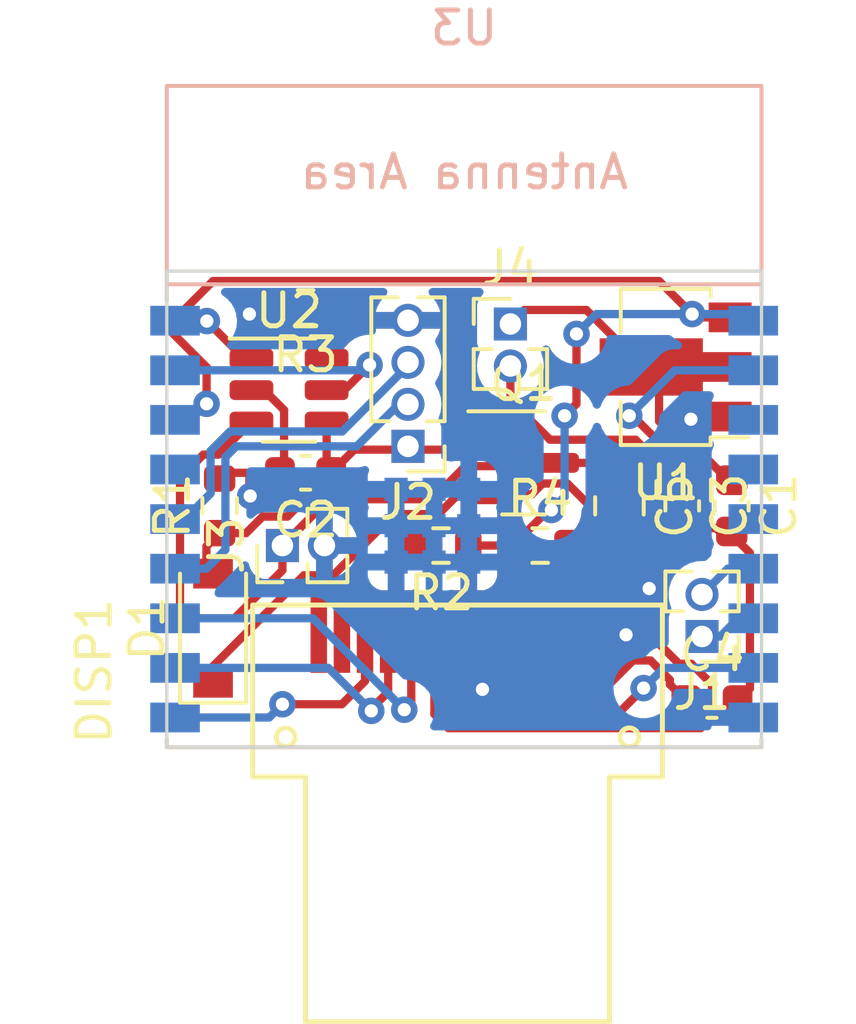
<source format=kicad_pcb>
(kicad_pcb (version 20211014) (generator pcbnew)
  (layers (0 "F.Cu" signal) (31 "B.Cu" signal) (34 "B.Paste" user) (35 "F.Paste" user) (36 "B.SilkS" user "B.Silkscreen") (37 "F.SilkS" user "F.Silkscreen") (38 "B.Mask" user) (39 "F.Mask" user) (44 "Edge.Cuts" user))
  (net 0 "")
  (net 1 "VBAT_SW")
  (net 2 "GND")
  (net 3 "VBUS")
  (net 4 "EN")
  (net 5 "+3V3")
  (net 6 "Net-(C5-Pad1)")
  (net 7 "Net-(D1-Pad1)")
  (net 9 "LCD_CS")
  (net 10 "LCD_RS")
  (net 11 "LCD_SCL")
  (net 12 "LCD_SDA")
  (net 15 "Net-(DISP1-Pad12)")
  (net 16 "Net-(J2-Pad2)")
  (net 17 "Net-(J2-Pad3)")
  (net 18 "Net-(R3-Pad1)")
  (net 19 "nCHRG")
  (net 20 "nSTDBY")
  (net 21 "Net-(U3-Pad7)")
  (net 25 "Net-(U3-Pad6)")
  (footprint "jeroens_lib:LCD_LH086T" (layer "F.Cu") (at 146.4 102.5 90)
    (fp_text reference "DISP1" (at 0 -11 90) (layer "F.SilkS"))
    (fp_text value "LCD_LH096T")
    (fp_line (start -10.6 4.6) (end -10.6 -4.6) (layer "F.SilkS") (width 0.15))
    (fp_line (start -10.6 -4.6) (end -3.2 -4.6) (layer "F.SilkS") (width 0.15))
    (fp_line (start -3.2 -6.2) (end 2 -6.2) (layer "F.SilkS") (width 0.15))
    (fp_line (start -3.2 4.6) (end -10.6 4.6) (layer "F.SilkS") (width 0.15))
    (fp_line (start -3.2 -4.6) (end -3.2 -6.2) (layer "F.SilkS") (width 0.15))
    (fp_line (start 2 6.2) (end -3.2 6.2) (layer "F.SilkS") (width 0.15))
    (fp_line (start -3.2 6.2) (end -3.2 4.6) (layer "F.SilkS") (width 0.15))
    (fp_line (start 2 -6.2) (end 2 6.2) (layer "F.SilkS") (width 0.15))
    (fp_circle (center -2 5.2) (end -1.8 5) (layer "F.SilkS") (width 0.15) (fill none))
    (fp_circle (center -2 -5.2) (end -1.8 -5.4) (layer "F.SilkS") (width 0.15) (fill none))
    (pad "1" smd rect locked (at 1.2 -4.2 90) (size 2.5 0.5) (layers "F.Cu" "F.Paste" "F.Mask"))
    (pad "2" smd rect locked (at 1.2 -3.5 90) (size 2.5 0.5) (layers "F.Cu" "F.Paste" "F.Mask"))
    (pad "3" smd rect locked (at 1.2 -2.8 90) (size 2.5 0.5) (layers "F.Cu" "F.Paste" "F.Mask") (net 12 "LCD_SDA"))
    (pad "4" smd rect locked (at 1.2 -2.1 90) (size 2.5 0.5) (layers "F.Cu" "F.Paste" "F.Mask") (net 11 "LCD_SCL"))
    (pad "5" smd rect locked (at 1.2 -1.4 90) (size 2.5 0.5) (layers "F.Cu" "F.Paste" "F.Mask") (net 10 "LCD_RS"))
    (pad "6" smd rect locked (at 1.2 -0.7 90) (size 2.5 0.5) (layers "F.Cu" "F.Paste" "F.Mask") (net 4 "EN"))
    (pad "7" smd rect locked (at 1.2 0 90) (size 2.5 0.5) (layers "F.Cu" "F.Paste" "F.Mask") (net 9 "LCD_CS"))
    (pad "8" smd rect locked (at 1.2 0.7 90) (size 2.5 0.5) (layers "F.Cu" "F.Paste" "F.Mask") (net 2 "GND"))
    (pad "9" smd rect locked (at 1.2 1.4 90) (size 2.5 0.5) (layers "F.Cu" "F.Paste" "F.Mask"))
    (pad "10" smd rect locked (at 1.2 2.1 90) (size 2.5 0.5) (layers "F.Cu" "F.Paste" "F.Mask") (net 5 "+3V3"))
    (pad "11" smd rect locked (at 1.2 2.8 90) (size 2.5 0.5) (layers "F.Cu" "F.Paste" "F.Mask") (net 2 "GND"))
    (pad "12" smd rect locked (at 1.2 3.5 90) (size 2.5 0.5) (layers "F.Cu" "F.Paste" "F.Mask") (net 15 "Net-(DISP1-Pad12)"))
    (pad "13" smd rect locked (at 1.2 4.2 90) (size 2.5 0.5) (layers "F.Cu" "F.Paste" "F.Mask") (net 2 "GND"))
  )
  (footprint "Connector_PinHeader_1.27mm:PinHeader_1x02_P1.27mm_Vertical" (layer "F.Cu") (at 148 92)
    (fp_text reference "J4" (at 0 -1.695) (layer "F.SilkS"))
    (fp_text value "Conn_01x02")
    (fp_line (start -1.11 1.965) (end -0.30753 1.965) (layer "F.SilkS") (width 0.12))
    (fp_line (start -1.11 0.76) (end -0.563471 0.76) (layer "F.SilkS") (width 0.12))
    (fp_line (start -1.11 0.76) (end -1.11 1.965) (layer "F.SilkS") (width 0.12))
    (fp_line (start 1.11 0.76) (end 1.11 1.965) (layer "F.SilkS") (width 0.12))
    (fp_line (start 0.30753 1.965) (end 1.11 1.965) (layer "F.SilkS") (width 0.12))
    (fp_line (start 0.563471 0.76) (end 1.11 0.76) (layer "F.SilkS") (width 0.12))
    (fp_line (start -1.11 -0.76) (end 0 -0.76) (layer "F.SilkS") (width 0.12))
    (fp_line (start -1.11 0) (end -1.11 -0.76) (layer "F.SilkS") (width 0.12))
    (pad "1" thru_hole rect (at 0 0) (size 1 1) (drill 0.65) (layers *.Cu *.Mask) (net 1 "VBAT_SW"))
    (pad "2" thru_hole oval (at 0 1.27) (size 1 1) (drill 0.65) (layers *.Cu *.Mask) (net 7 "Net-(D1-Pad1)"))
  )
  (footprint "Package_TO_SOT_SMD:SOT-89-3" (layer "F.Cu") (at 153 93.3 180)
    (fp_text reference "U1" (at 0.3 -3.5) (layer "F.SilkS"))
    (fp_text value "HT7833_SOT89")
    (fp_line (start 1.66 2.36) (end -1.06 2.36) (layer "F.SilkS") (width 0.12))
    (fp_line (start 1.66 -2.36) (end 1.66 -1.05) (layer "F.SilkS") (width 0.12))
    (fp_line (start -1.06 -2.36) (end 1.66 -2.36) (layer "F.SilkS") (width 0.12))
    (fp_line (start -1.06 -2.36) (end -1.06 -2.13) (layer "F.SilkS") (width 0.12))
    (fp_line (start -1.06 2.36) (end -1.06 2.13) (layer "F.SilkS") (width 0.12))
    (fp_line (start -2.2 -2.13) (end -1.06 -2.13) (layer "F.SilkS") (width 0.12))
    (fp_line (start 1.66 1.05) (end 1.66 2.36) (layer "F.SilkS") (width 0.12))
    (pad "1" smd rect (at -1.65 -1.5 180) (size 1.3 0.9) (layers "F.Cu" "F.Paste" "F.Mask") (net 2 "GND"))
    (pad "2" smd custom (at -1.5625 0 180) (size 1.475 0.9) (layers "F.Cu" "F.Paste" "F.Mask") (net 1 "VBAT_SW") (options (clearance outline) (anchor rect)) (primitives (gr_poly (pts (xy 3.8625 0.8665) (xy 0.7375 0.8665) (xy 0.7375 -0.8665) (xy 3.8625 -0.8665)) (width 0) (fill yes))))
    (pad "3" smd rect (at -1.65 1.5 180) (size 1.3 0.9) (layers "F.Cu" "F.Paste" "F.Mask") (net 5 "+3V3"))
  )
  (footprint "Capacitor_SMD:C_0603_1608Metric" (layer "F.Cu") (at 153.2 97.5 -90)
    (fp_text reference "C3" (at 0 -1.43 90) (layer "F.SilkS"))
    (fp_text value "1u")
    (fp_line (start -0.14058 0.51) (end 0.14058 0.51) (layer "F.SilkS") (width 0.12))
    (fp_line (start -0.14058 -0.51) (end 0.14058 -0.51) (layer "F.SilkS") (width 0.12))
    (pad "1" smd roundrect (at -0.775 0 270) (size 0.9 0.95) (layers "F.Cu" "F.Paste" "F.Mask") (net 4 "EN"))
    (pad "2" smd roundrect (at 0.775 0 270) (size 0.9 0.95) (layers "F.Cu" "F.Paste" "F.Mask") (net 2 "GND"))
  )
  (footprint "Connector_PinHeader_1.27mm:PinHeader_1x04_P1.27mm_Vertical" (layer "F.Cu") (at 144.9 95.7 180)
    (fp_text reference "J2" (at 0 -1.695) (layer "F.SilkS"))
    (fp_text value "Conn_01x04")
    (fp_line (start -1.11 0.76) (end -0.563471 0.76) (layer "F.SilkS") (width 0.12))
    (fp_line (start -1.11 0.76) (end -1.11 4.505) (layer "F.SilkS") (width 0.12))
    (fp_line (start 0.563471 0.76) (end 1.11 0.76) (layer "F.SilkS") (width 0.12))
    (fp_line (start -1.11 -0.76) (end 0 -0.76) (layer "F.SilkS") (width 0.12))
    (fp_line (start -1.11 4.505) (end -0.30753 4.505) (layer "F.SilkS") (width 0.12))
    (fp_line (start 0.30753 4.505) (end 1.11 4.505) (layer "F.SilkS") (width 0.12))
    (fp_line (start -1.11 0) (end -1.11 -0.76) (layer "F.SilkS") (width 0.12))
    (fp_line (start 1.11 0.76) (end 1.11 4.505) (layer "F.SilkS") (width 0.12))
    (pad "1" thru_hole rect (at 0 0 180) (size 1 1) (drill 0.65) (layers *.Cu *.Mask) (net 3 "VBUS"))
    (pad "2" thru_hole oval (at 0 1.27 180) (size 1 1) (drill 0.65) (layers *.Cu *.Mask) (net 16 "Net-(J2-Pad2)"))
    (pad "3" thru_hole oval (at 0 2.54 180) (size 1 1) (drill 0.65) (layers *.Cu *.Mask) (net 17 "Net-(J2-Pad3)"))
    (pad "4" thru_hole oval (at 0 3.81 180) (size 1 1) (drill 0.65) (layers *.Cu *.Mask) (net 2 "GND"))
  )
  (footprint "Resistor_SMD:R_0603_1608Metric" (layer "F.Cu") (at 148.9 98.7)
    (fp_text reference "R4" (at 0 -1.43) (layer "F.SilkS"))
    (fp_text value "220")
    (fp_line (start -0.237258 0.5225) (end 0.237258 0.5225) (layer "F.SilkS") (width 0.12))
    (fp_line (start -0.237258 -0.5225) (end 0.237258 -0.5225) (layer "F.SilkS") (width 0.12))
    (pad "1" smd roundrect (at -0.825 0) (size 0.8 0.95) (layers "F.Cu" "F.Paste" "F.Mask") (net 5 "+3V3"))
    (pad "2" smd roundrect (at 0.825 0) (size 0.8 0.95) (layers "F.Cu" "F.Paste" "F.Mask") (net 15 "Net-(DISP1-Pad12)"))
  )
  (footprint "Capacitor_SMD:C_0603_1608Metric" (layer "F.Cu") (at 154.7 97.5 -90)
    (fp_text reference "C1" (at 0 -1.43 90) (layer "F.SilkS"))
    (fp_text value "1u")
    (fp_line (start -0.14058 0.51) (end 0.14058 0.51) (layer "F.SilkS") (width 0.12))
    (fp_line (start -0.14058 -0.51) (end 0.14058 -0.51) (layer "F.SilkS") (width 0.12))
    (pad "1" smd roundrect (at -0.775 0 270) (size 0.9 0.95) (layers "F.Cu" "F.Paste" "F.Mask") (net 1 "VBAT_SW"))
    (pad "2" smd roundrect (at 0.775 0 270) (size 0.9 0.95) (layers "F.Cu" "F.Paste" "F.Mask") (net 2 "GND"))
  )
  (footprint "Resistor_SMD:R_0603_1608Metric" (layer "F.Cu") (at 145.9 98.7 180)
    (fp_text reference "R2" (at 0 -1.43) (layer "F.SilkS"))
    (fp_text value "R")
    (fp_line (start -0.237258 0.5225) (end 0.237258 0.5225) (layer "F.SilkS") (width 0.12))
    (fp_line (start -0.237258 -0.5225) (end 0.237258 -0.5225) (layer "F.SilkS") (width 0.12))
    (pad "1" smd roundrect (at -0.825 0 180) (size 0.8 0.95) (layers "F.Cu" "F.Paste" "F.Mask") (net 5 "+3V3"))
    (pad "2" smd roundrect (at 0.825 0 180) (size 0.8 0.95) (layers "F.Cu" "F.Paste" "F.Mask") (net 4 "EN"))
  )
  (footprint "Resistor_SMD:R_0603_1608Metric" (layer "F.Cu") (at 141.8 91.5 180)
    (fp_text reference "R3" (at 0 -1.43) (layer "F.SilkS"))
    (fp_text value "2K7")
    (fp_line (start -0.237258 0.5225) (end 0.237258 0.5225) (layer "F.SilkS") (width 0.12))
    (fp_line (start -0.237258 -0.5225) (end 0.237258 -0.5225) (layer "F.SilkS") (width 0.12))
    (pad "1" smd roundrect (at -0.825 0 180) (size 0.8 0.95) (layers "F.Cu" "F.Paste" "F.Mask") (net 18 "Net-(R3-Pad1)"))
    (pad "2" smd roundrect (at 0.825 0 180) (size 0.8 0.95) (layers "F.Cu" "F.Paste" "F.Mask") (net 2 "GND"))
  )
  (footprint "Connector_PinHeader_1.27mm:PinHeader_1x02_P1.27mm_Vertical" (layer "F.Cu") (at 141.1 98.7 90)
    (fp_text reference "J3" (at 0 -1.695 90) (layer "F.SilkS"))
    (fp_text value "Conn_01x02")
    (fp_line (start -1.11 0.76) (end -0.563471 0.76) (layer "F.SilkS") (width 0.12))
    (fp_line (start -1.11 -0.76) (end 0 -0.76) (layer "F.SilkS") (width 0.12))
    (fp_line (start 0.30753 1.965) (end 1.11 1.965) (layer "F.SilkS") (width 0.12))
    (fp_line (start 1.11 0.76) (end 1.11 1.965) (layer "F.SilkS") (width 0.12))
    (fp_line (start 0.563471 0.76) (end 1.11 0.76) (layer "F.SilkS") (width 0.12))
    (fp_line (start -1.11 0) (end -1.11 -0.76) (layer "F.SilkS") (width 0.12))
    (fp_line (start -1.11 0.76) (end -1.11 1.965) (layer "F.SilkS") (width 0.12))
    (fp_line (start -1.11 1.965) (end -0.30753 1.965) (layer "F.SilkS") (width 0.12))
    (pad "1" thru_hole rect (at 0 0 90) (size 1 1) (drill 0.65) (layers *.Cu *.Mask) (net 6 "Net-(C5-Pad1)"))
    (pad "2" thru_hole oval (at 0 1.27 90) (size 1 1) (drill 0.65) (layers *.Cu *.Mask) (net 2 "GND"))
  )
  (footprint "Package_TO_SOT_SMD:SOT-23-6" (layer "F.Cu") (at 141.3 94)
    (fp_text reference "U2" (at 0 -2.4) (layer "F.SilkS"))
    (fp_text value "TP4057")
    (fp_line (start 0 -1.56) (end -1.8 -1.56) (layer "F.SilkS") (width 0.12))
    (fp_line (start 0 1.56) (end 0.8 1.56) (layer "F.SilkS") (width 0.12))
    (fp_line (start 0 1.56) (end -0.8 1.56) (layer "F.SilkS") (width 0.12))
    (fp_line (start 0 -1.56) (end 0.8 -1.56) (layer "F.SilkS") (width 0.12))
    (pad "1" smd roundrect (at -1.1375 -0.95) (size 1.325 0.6) (layers "F.Cu" "F.Paste" "F.Mask") (net 19 "nCHRG"))
    (pad "2" smd roundrect (at -1.1375 0) (size 1.325 0.6) (layers "F.Cu" "F.Paste" "F.Mask") (net 2 "GND"))
    (pad "3" smd roundrect (at -1.1375 0.95) (size 1.325 0.6) (layers "F.Cu" "F.Paste" "F.Mask") (net 6 "Net-(C5-Pad1)"))
    (pad "4" smd roundrect (at 1.1375 0.95) (size 1.325 0.6) (layers "F.Cu" "F.Paste" "F.Mask") (net 3 "VBUS"))
    (pad "5" smd roundrect (at 1.1375 0) (size 1.325 0.6) (layers "F.Cu" "F.Paste" "F.Mask") (net 20 "nSTDBY"))
    (pad "6" smd roundrect (at 1.1375 -0.95) (size 1.325 0.6) (layers "F.Cu" "F.Paste" "F.Mask") (net 18 "Net-(R3-Pad1)"))
  )
  (footprint "Capacitor_SMD:C_0603_1608Metric" (layer "F.Cu") (at 141.8 96.5 180)
    (fp_text reference "C2" (at 0 -1.43 180) (layer "F.SilkS"))
    (fp_text value "1u")
    (fp_line (start -0.14058 -0.51) (end 0.14058 -0.51) (layer "F.SilkS") (width 0.12))
    (fp_line (start -0.14058 0.51) (end 0.14058 0.51) (layer "F.SilkS") (width 0.12))
    (pad "1" smd roundrect (at -0.775 0 180) (size 0.9 0.95) (layers "F.Cu" "F.Paste" "F.Mask") (net 3 "VBUS"))
    (pad "2" smd roundrect (at 0.775 0 180) (size 0.9 0.95) (layers "F.Cu" "F.Paste" "F.Mask") (net 2 "GND"))
  )
  (footprint "Capacitor_SMD:C_0805_2012Metric" (layer "F.Cu") (at 151.3 97.5 -90)
    (fp_text reference "C5" (at 0 -1.68 90) (layer "F.SilkS"))
    (fp_text value "10u")
    (fp_line (start -0.261252 -0.735) (end 0.261252 -0.735) (layer "F.SilkS") (width 0.12))
    (fp_line (start -0.261252 0.735) (end 0.261252 0.735) (layer "F.SilkS") (width 0.12))
    (pad "1" smd roundrect (at -0.95 0 270) (size 1 1.45) (layers "F.Cu" "F.Paste" "F.Mask") (net 6 "Net-(C5-Pad1)"))
    (pad "2" smd roundrect (at 0.95 0 270) (size 1 1.45) (layers "F.Cu" "F.Paste" "F.Mask") (net 2 "GND"))
  )
  (footprint "Connector_PinHeader_1.27mm:PinHeader_1x02_P1.27mm_Vertical" (layer "F.Cu") (at 153.8 101.45 180)
    (fp_text reference "J1" (at 0 -1.695) (layer "F.SilkS"))
    (fp_text value "Conn_01x02")
    (fp_line (start 0.563471 0.76) (end 1.11 0.76) (layer "F.SilkS") (width 0.12))
    (fp_line (start -1.11 0) (end -1.11 -0.76) (layer "F.SilkS") (width 0.12))
    (fp_line (start -1.11 1.965) (end -0.30753 1.965) (layer "F.SilkS") (width 0.12))
    (fp_line (start -1.11 0.76) (end -0.563471 0.76) (layer "F.SilkS") (width 0.12))
    (fp_line (start -1.11 0.76) (end -1.11 1.965) (layer "F.SilkS") (width 0.12))
    (fp_line (start -1.11 -0.76) (end 0 -0.76) (layer "F.SilkS") (width 0.12))
    (fp_line (start 0.30753 1.965) (end 1.11 1.965) (layer "F.SilkS") (width 0.12))
    (fp_line (start 1.11 0.76) (end 1.11 1.965) (layer "F.SilkS") (width 0.12))
    (pad "1" thru_hole rect (at 0 0 180) (size 1 1) (drill 0.65) (layers *.Cu *.Mask) (net 21 "Net-(U3-Pad7)"))
    (pad "2" thru_hole oval (at 0 1.27 180) (size 1 1) (drill 0.65) (layers *.Cu *.Mask) (net 25 "Net-(U3-Pad6)"))
  )
  (footprint "Resistor_SMD:R_0603_1608Metric" (layer "F.Cu") (at 139.2 97.5 90)
    (fp_text reference "R1" (at 0 -1.43 90) (layer "F.SilkS"))
    (fp_text value "10K")
    (fp_line (start -0.237258 0.5225) (end 0.237258 0.5225) (layer "F.SilkS") (width 0.12))
    (fp_line (start -0.237258 -0.5225) (end 0.237258 -0.5225) (layer "F.SilkS") (width 0.12))
    (pad "1" smd roundrect (at -0.825 0 90) (size 0.8 0.95) (layers "F.Cu" "F.Paste" "F.Mask") (net 3 "VBUS"))
    (pad "2" smd roundrect (at 0.825 0 90) (size 0.8 0.95) (layers "F.Cu" "F.Paste" "F.Mask") (net 2 "GND"))
  )
  (footprint "Capacitor_SMD:C_0603_1608Metric" (layer "F.Cu") (at 154.1 103.4)
    (fp_text reference "C4" (at 0 -1.43) (layer "F.SilkS"))
    (fp_text value "1u")
    (fp_line (start -0.14058 -0.51) (end 0.14058 -0.51) (layer "F.SilkS") (width 0.12))
    (fp_line (start -0.14058 0.51) (end 0.14058 0.51) (layer "F.SilkS") (width 0.12))
    (pad "1" smd roundrect (at -0.775 0) (size 0.9 0.95) (layers "F.Cu" "F.Paste" "F.Mask") (net 5 "+3V3"))
    (pad "2" smd roundrect (at 0.775 0) (size 0.9 0.95) (layers "F.Cu" "F.Paste" "F.Mask") (net 2 "GND"))
  )
  (footprint "Package_TO_SOT_SMD:SOT-23" (layer "F.Cu") (at 148.4 96.2)
    (fp_text reference "Q1" (at 0 -2.4) (layer "F.SilkS"))
    (fp_text value "AO3401")
    (fp_line (start 0 -1.56) (end -1.675 -1.56) (layer "F.SilkS") (width 0.12))
    (fp_line (start 0 1.56) (end -0.65 1.56) (layer "F.SilkS") (width 0.12))
    (fp_line (start 0 -1.56) (end 0.65 -1.56) (layer "F.SilkS") (width 0.12))
    (fp_line (start 0 1.56) (end 0.65 1.56) (layer "F.SilkS") (width 0.12))
    (pad "1" smd roundrect (at -0.9375 -0.95) (size 1.475 0.6) (layers "F.Cu" "F.Paste" "F.Mask") (net 3 "VBUS"))
    (pad "2" smd roundrect (at -0.9375 0.95) (size 1.475 0.6) (layers "F.Cu" "F.Paste" "F.Mask") (net 7 "Net-(D1-Pad1)"))
    (pad "3" smd roundrect (at 0.9375 0) (size 1.475 0.6) (layers "F.Cu" "F.Paste" "F.Mask") (net 6 "Net-(C5-Pad1)"))
  )
  (footprint "Diode_SMD:D_SOD-123" (layer "F.Cu") (at 139 101.2 90)
    (fp_text reference "D1" (at 0 -2 90) (layer "F.SilkS"))
    (fp_text value "MBR0520")
    (fp_line (start -2.25 -1) (end -2.25 1) (layer "F.SilkS") (width 0.12))
    (fp_line (start -2.25 1) (end 1.65 1) (layer "F.SilkS") (width 0.12))
    (fp_line (start -2.25 -1) (end 1.65 -1) (layer "F.SilkS") (width 0.12))
    (pad "1" smd rect (at -1.65 0 90) (size 0.9 1.2) (layers "F.Cu" "F.Paste" "F.Mask") (net 7 "Net-(D1-Pad1)"))
    (pad "2" smd rect (at 1.65 0 90) (size 0.9 1.2) (layers "F.Cu" "F.Paste" "F.Mask") (net 3 "VBUS"))
  )
  (footprint "Espressif:ESP32-C3-WROOM-02" (layer "B.Cu") (at 146.6 96.05 180)
    (fp_text reference "U3" (at 0 13) (layer "B.SilkS") (effects (justify mirror)))
    (fp_text value "ESP32-C3-WROOM-02")
    (fp_text user "Antenna Area" (at 0 8.65) (layer "B.SilkS") (effects (justify mirror)))
    (fp_line (start -9 -8.75) (end -9 -8.5) (layer "B.SilkS") (width 0.12))
    (fp_line (start 9 -8.5) (end 9 -8.75) (layer "B.SilkS") (width 0.12))
    (fp_line (start 9 -8.75) (end -9 -8.75) (layer "B.SilkS") (width 0.12))
    (fp_line (start 9 11.25) (end 9 4.75) (layer "B.SilkS") (width 0.12))
    (fp_line (start -9 11.25) (end 9 11.25) (layer "B.SilkS") (width 0.12))
    (fp_line (start 9 5.25) (end -8.95 5.25) (layer "B.SilkS") (width 0.12))
    (fp_line (start -9 11.25) (end -9 4.75) (layer "B.SilkS") (width 0.12))
    (pad "1" smd rect locked (at -8.75 4.15 180) (size 1.5 0.9) (layers "B.Cu" "B.Paste" "B.Mask") (net 5 "+3V3"))
    (pad "2" smd rect locked (at -8.75 2.65 180) (size 1.5 0.9) (layers "B.Cu" "B.Paste" "B.Mask") (net 4 "EN"))
    (pad "3" smd rect locked (at -8.75 1.15 180) (size 1.5 0.9) (layers "B.Cu" "B.Paste" "B.Mask"))
    (pad "4" smd rect locked (at -8.75 -0.35 180) (size 1.5 0.9) (layers "B.Cu" "B.Paste" "B.Mask"))
    (pad "5" smd rect locked (at -8.75 -1.85 180) (size 1.5 0.9) (layers "B.Cu" "B.Paste" "B.Mask"))
    (pad "6" smd rect locked (at -8.75 -3.35 180) (size 1.5 0.9) (layers "B.Cu" "B.Paste" "B.Mask") (net 25 "Net-(U3-Pad6)"))
    (pad "7" smd rect locked (at -8.75 -4.85 180) (size 1.5 0.9) (layers "B.Cu" "B.Paste" "B.Mask") (net 21 "Net-(U3-Pad7)"))
    (pad "8" smd rect locked (at -8.75 -6.35 180) (size 1.5 0.9) (layers "B.Cu" "B.Paste" "B.Mask") (net 9 "LCD_CS"))
    (pad "9" smd rect locked (at -8.75 -7.85 180) (size 1.5 0.9) (layers "B.Cu" "B.Paste" "B.Mask") (net 2 "GND"))
    (pad "10" smd rect locked (at 8.75 -7.85) (size 1.5 0.9) (layers "B.Cu" "B.Paste" "B.Mask") (net 12 "LCD_SDA"))
    (pad "11" smd rect locked (at 8.75 -6.35) (size 1.5 0.9) (layers "B.Cu" "B.Paste" "B.Mask") (net 11 "LCD_SCL"))
    (pad "12" smd rect locked (at 8.75 -4.85) (size 1.5 0.9) (layers "B.Cu" "B.Paste" "B.Mask") (net 10 "LCD_RS"))
    (pad "13" smd rect locked (at 8.75 -3.35) (size 1.5 0.9) (layers "B.Cu" "B.Paste" "B.Mask") (net 16 "Net-(J2-Pad2)"))
    (pad "14" smd rect locked (at 8.75 -1.85) (size 1.5 0.9) (layers "B.Cu" "B.Paste" "B.Mask") (net 17 "Net-(J2-Pad3)"))
    (pad "15" smd rect locked (at 8.75 -0.35) (size 1.5 0.9) (layers "B.Cu" "B.Paste" "B.Mask"))
    (pad "16" smd rect locked (at 8.75 1.15) (size 1.5 0.9) (layers "B.Cu" "B.Paste" "B.Mask") (net 5 "+3V3"))
    (pad "17" smd rect locked (at 8.75 2.65) (size 1.5 0.9) (layers "B.Cu" "B.Paste" "B.Mask") (net 20 "nSTDBY"))
    (pad "18" smd rect locked (at 8.75 4.15) (size 1.5 0.9) (layers "B.Cu" "B.Paste" "B.Mask") (net 19 "nCHRG"))
    (pad "19" smd rect locked (at 2.06 -2.05) (size 0.7 0.7) (layers "B.Cu" "B.Paste" "B.Mask") (net 2 "GND"))
    (pad "19" smd rect locked (at -0.14 -3.15) (size 0.7 0.7) (layers "B.Cu" "B.Paste" "B.Mask") (net 2 "GND"))
    (pad "19" smd rect locked (at 0.91 -0.95) (size 0.7 0.7) (layers "B.Cu" "B.Paste" "B.Mask") (net 2 "GND"))
    (pad "19" smd rect locked (at 0.91 -3.15) (size 0.7 0.7) (layers "B.Cu" "B.Paste" "B.Mask") (net 2 "GND"))
    (pad "19" smd rect locked (at 0.91 -2.05) (size 0.7 0.7) (layers "B.Cu" "B.Paste" "B.Mask") (net 2 "GND"))
    (pad "19" smd rect locked (at 2.06 -0.95) (size 0.7 0.7) (layers "B.Cu" "B.Paste" "B.Mask") (net 2 "GND"))
    (pad "19" smd rect locked (at -0.14 -2.05) (size 0.7 0.7) (layers "B.Cu" "B.Paste" "B.Mask") (net 2 "GND"))
    (pad "19" smd rect locked (at 2.06 -3.15) (size 0.7 0.7) (layers "B.Cu" "B.Paste" "B.Mask") (net 2 "GND"))
    (pad "19" smd rect locked (at -0.14 -0.95) (size 0.7 0.7) (layers "B.Cu" "B.Paste" "B.Mask") (net 2 "GND"))
  )
  (gr_line (start 137.6 90.4) (end 155.6 90.4) (layer "Edge.Cuts") (width 0.1))
  (gr_line (start 155.6 90.4) (end 155.6 104.8) (layer "Edge.Cuts") (width 0.1))
  (gr_line (start 137.6 104.8) (end 137.6 90.4) (layer "Edge.Cuts") (width 0.1))
  (gr_line (start 155.6 104.8) (end 137.6 104.8) (layer "Edge.Cuts") (width 0.1))
  (segment (start 154.8 96.525) (end 154.625 96.525) (width 0.25) (layer "F.Cu") (net 1))
  (segment (start 153.675 95.8) (end 154.6 96.725) (width 0.25) (layer "F.Cu") (net 1))
  (segment (start 148.4245 91.5755) (end 150.300098 91.5755) (width 0.25) (layer "F.Cu") (net 1))
  (segment (start 154.5625 93.3) (end 153.1 93.3) (width 0.25) (layer "F.Cu") (net 1))
  (segment (start 150.300098 91.5755) (end 152.024598 93.3) (width 0.25) (layer "F.Cu") (net 1))
  (segment (start 152.024598 93.3) (end 154.5625 93.3) (width 0.25) (layer "F.Cu") (net 1))
  (segment (start 153.1 93.3) (end 152.5 93.9) (width 0.25) (layer "F.Cu") (net 1))
  (segment (start 152.5 94.940447) (end 153.359553 95.8) (width 0.25) (layer "F.Cu") (net 1))
  (segment (start 153.359553 95.8) (end 153.675 95.8) (width 0.25) (layer "F.Cu") (net 1))
  (segment (start 152.5 93.9) (end 152.5 94.940447) (width 0.25) (layer "F.Cu") (net 1))
  (segment (start 148 92) (end 148.4245 91.5755) (width 0.25) (layer "F.Cu") (net 1))
  (segment (start 149.2 102.66431) (end 149.41069 102.875) (width 0.25) (layer "F.Cu") (net 2))
  (segment (start 154.6 98.275) (end 155.249501 98.924501) (width 0.25) (layer "F.Cu") (net 2))
  (segment (start 140.3 91.5) (end 140.1 91.7) (width 0.25) (layer "F.Cu") (net 2))
  (segment (start 140.546751 94) (end 141.15 94.603249) (width 0.25) (layer "F.Cu") (net 2))
  (segment (start 141.025 96.5) (end 140.1 96.5) (width 0.25) (layer "F.Cu") (net 2))
  (segment (start 154.65 94.8) (end 154.65 94.95) (width 0.25) (layer "F.Cu") (net 2))
  (segment (start 140.1 96.5) (end 139.375 96.5) (width 0.25) (layer "F.Cu") (net 2))
  (segment (start 140.1625 94) (end 140.546751 94) (width 0.25) (layer "F.Cu") (net 2))
  (segment (start 155.249501 103.025499) (end 154.875 103.4) (width 0.25) (layer "F.Cu") (net 2))
  (segment (start 154.65 94.8) (end 153.6 94.8) (width 0.25) (layer "F.Cu") (net 2))
  (segment (start 141.15 94.603249) (end 141.15 96.375) (width 0.25) (layer "F.Cu") (net 2))
  (segment (start 147.1 101.1) (end 147.1 102.995926) (width 0.25) (layer "F.Cu") (net 2))
  (segment (start 141.15 96.375) (end 141.025 96.5) (width 0.25) (layer "F.Cu") (net 2))
  (segment (start 150.375499 102.875) (end 150.6 102.650499) (width 0.25) (layer "F.Cu") (net 2))
  (segment (start 150.6 102.650499) (end 150.6 101.3) (width 0.25) (layer "F.Cu") (net 2))
  (segment (start 149.2 101.3) (end 149.2 102.66431) (width 0.25) (layer "F.Cu") (net 2))
  (segment (start 150.6 101.3) (end 151.4 101.3) (width 0.25) (layer "F.Cu") (net 2))
  (segment (start 139.375 96.5) (end 139.2 96.675) (width 0.25) (layer "F.Cu") (net 2))
  (segment (start 140.975 91.5) (end 140.3 91.5) (width 0.25) (layer "F.Cu") (net 2))
  (segment (start 140.1 96.5) (end 140.1 97.177985) (width 0.25) (layer "F.Cu") (net 2))
  (segment (start 149.41069 102.875) (end 150.375499 102.875) (width 0.25) (layer "F.Cu") (net 2))
  (segment (start 151.4 101.3) (end 151.5 101.4) (width 0.25) (layer "F.Cu") (net 2))
  (segment (start 153.2 98.275) (end 153.2 99) (width 0.25) (layer "F.Cu") (net 2))
  (segment (start 153.2 99) (end 152.2 100) (width 0.25) (layer "F.Cu") (net 2))
  (segment (start 140.1 97.177985) (end 140.1245 97.202485) (width 0.25) (layer "F.Cu") (net 2))
  (segment (start 154.225 98.175) (end 154.6 98.55) (width 0.25) (layer "F.Cu") (net 2))
  (segment (start 150.6 99.15) (end 151.3 98.45) (width 0.25) (layer "F.Cu") (net 2))
  (segment (start 150.6 101.3) (end 150.6 99.15) (width 0.25) (layer "F.Cu") (net 2))
  (segment (start 151.3 98.175) (end 151.475 98.175) (width 0.25) (layer "F.Cu") (net 2))
  (segment (start 155.249501 98.924501) (end 155.249501 103.025499) (width 0.25) (layer "F.Cu") (net 2))
  (segment (start 152.9 98.175) (end 154.225 98.175) (width 0.25) (layer "F.Cu") (net 2))
  (segment (start 153.6 94.8) (end 153.3 95.1) (width 0.25) (layer "F.Cu") (net 2))
  (segment (start 154.65 94.95) (end 154.65 95.05) (width 0.25) (layer "F.Cu") (net 2))
  (segment (start 147.1 102.995926) (end 147.153576 103.049502) (width 0.25) (layer "F.Cu") (net 2))
  (via (at 140.1 91.7) (size 0.8) (drill 0.4) (layers "F.Cu" "B.Cu") (net 2))
  (via (at 140.1245 97.202485) (size 0.8) (drill 0.4) (layers "F.Cu" "B.Cu") (net 2))
  (via (at 153.463912 94.87976) (size 0.8) (drill 0.4) (layers "F.Cu" "B.Cu") (net 2))
  (via (at 152.2 100) (size 0.8) (drill 0.4) (layers "F.Cu" "B.Cu") (net 2))
  (via (at 147.153576 103.049502) (size 0.8) (drill 0.4) (layers "F.Cu" "B.Cu") (net 2))
  (via (at 151.5 101.4) (size 0.8) (drill 0.4) (layers "F.Cu" "B.Cu") (net 2))
  (segment (start 139.999598 98.325) (end 139.2 98.325) (width 0.25) (layer "F.Cu") (net 3))
  (segment (start 143.275 95.8) (end 144.9 95.8) (width 0.25) (layer "F.Cu") (net 3))
  (segment (start 138.8 99.55) (end 138.8 98.725) (width 0.25) (layer "F.Cu") (net 3))
  (segment (start 142.4375 96.3625) (end 142.575 96.5) (width 0.25) (layer "F.Cu") (net 3))
  (segment (start 142.575 96.5) (end 143.275 95.8) (width 0.25) (layer "F.Cu") (net 3))
  (segment (start 142.4375 94.95) (end 142.4375 96.3625) (width 0.25) (layer "F.Cu") (net 3))
  (segment (start 140.500098 97.8245) (end 139.999598 98.325) (width 0.25) (layer "F.Cu") (net 3))
  (segment (start 141.2505 97.8245) (end 140.500098 97.8245) (width 0.25) (layer "F.Cu") (net 3))
  (segment (start 142.575 96.5) (end 141.2505 97.8245) (width 0.25) (layer "F.Cu") (net 3))
  (segment (start 146.9125 95.8) (end 147.4625 95.25) (width 0.25) (layer "F.Cu") (net 3))
  (segment (start 138.8 98.725) (end 139.2 98.325) (width 0.25) (layer "F.Cu") (net 3))
  (segment (start 144.9 95.8) (end 146.9125 95.8) (width 0.25) (layer "F.Cu") (net 3))
  (segment (start 151.899902 99.2755) (end 152.099902 99.2755) (width 0.25) (layer "F.Cu") (net 4))
  (segment (start 153.1 96.176137) (end 151.699363 94.7755) (width 0.25) (layer "F.Cu") (net 4))
  (segment (start 145.7 101.3) (end 145.7 103.8) (width 0.25) (layer "F.Cu") (net 4))
  (segment (start 151.4755 100.350902) (end 151.4755 99.699902) (width 0.25) (layer "F.Cu") (net 4))
  (segment (start 146.123503 104.223503) (end 153.754314 104.223503) (width 0.25) (layer "F.Cu") (net 4))
  (segment (start 153.754314 104.223503) (end 154.1 103.877817) (width 0.25) (layer "F.Cu") (net 4))
  (segment (start 153.475 102.275) (end 153.099598 102.275) (width 0.25) (layer "F.Cu") (net 4))
  (segment (start 152.4 98.975402) (end 152.4 97.623863) (width 0.25) (layer "F.Cu") (net 4))
  (segment (start 153.2 96.823863) (end 153.2 96.725) (width 0.25) (layer "F.Cu") (net 4))
  (segment (start 154.1 103.877817) (end 154.1 102.9) (width 0.25) (layer "F.Cu") (net 4))
  (segment (start 145.7 101.1) (end 145.7 99.325) (width 0.25) (layer "F.Cu") (net 4))
  (segment (start 151.699363 94.7755) (end 151.597515 94.7755) (width 0.25) (layer "F.Cu") (net 4))
  (segment (start 145.7 103.8) (end 146.123503 104.223503) (width 0.25) (layer "F.Cu") (net 4))
  (segment (start 153.1 96.725) (end 153.1 96.176137) (width 0.25) (layer "F.Cu") (net 4))
  (segment (start 152.4 97.623863) (end 153.2 96.823863) (width 0.25) (layer "F.Cu") (net 4))
  (segment (start 152.2245 101.099902) (end 151.4755 100.350902) (width 0.25) (layer "F.Cu") (net 4))
  (segment (start 152.2245 101.399902) (end 152.2245 101.099902) (width 0.25) (layer "F.Cu") (net 4))
  (segment (start 153.099598 102.275) (end 152.2245 101.399902) (width 0.25) (layer "F.Cu") (net 4))
  (segment (start 151.4755 99.699902) (end 151.899902 99.2755) (width 0.25) (layer "F.Cu") (net 4))
  (segment (start 154.1 102.9) (end 153.475 102.275) (width 0.25) (layer "F.Cu") (net 4))
  (segment (start 152.099902 99.2755) (end 152.4 98.975402) (width 0.25) (layer "F.Cu") (net 4))
  (segment (start 145.7 99.325) (end 145.075 98.7) (width 0.25) (layer "F.Cu") (net 4))
  (via (at 151.597515 94.7755) (size 0.8) (drill 0.4) (layers "F.Cu" "B.Cu") (net 4))
  (segment (start 152.973015 93.4) (end 151.597515 94.7755) (width 0.25) (layer "B.Cu") (net 4))
  (segment (start 155.35 93.4) (end 152.973015 93.4) (width 0.25) (layer "B.Cu") (net 4))
  (segment (start 150 94.415559) (end 149.640059 94.7755) (width 0.25) (layer "F.Cu") (net 5))
  (segment (start 150 92.3) (end 150 94.415559) (width 0.25) (layer "F.Cu") (net 5))
  (segment (start 137.8 92.3) (end 137.8 91.9) (width 0.25) (layer "F.Cu") (net 5))
  (segment (start 151.711395 102.1755) (end 152.23981 102.1755) (width 0.25) (layer "F.Cu") (net 5))
  (segment (start 139 90.7) (end 152.5 90.7) (width 0.25) (layer "F.Cu") (net 5))
  (segment (start 150.562394 103.324501) (end 151.711395 102.1755) (width 0.25) (layer "F.Cu") (net 5))
  (segment (start 152.5 90.7) (end 153.5 91.7) (width 0.25) (layer "F.Cu") (net 5))
  (segment (start 149.1505 97.6245) (end 149.241171 97.6245) (width 0.25) (layer "F.Cu") (net 5))
  (segment (start 148.5 99.125) (end 148.5 102.75) (width 0.25) (layer "F.Cu") (net 5))
  (segment (start 152.824999 102.899999) (end 153.325 103.4) (width 0.25) (layer "F.Cu") (net 5))
  (segment (start 146.725 98.7) (end 148.075 98.7) (width 0.25) (layer "F.Cu") (net 5))
  (segment (start 148.075 98.7) (end 149.1505 97.6245) (width 0.25) (layer "F.Cu") (net 5))
  (segment (start 154.65 91.8) (end 153.6 91.8) (width 0.25) (layer "F.Cu") (net 5))
  (segment (start 138.804876 94.413408) (end 138.804876 93.304876) (width 0.25) (layer "F.Cu") (net 5))
  (segment (start 152.23981 102.1755) (end 152.824999 102.760689) (width 0.25) (layer "F.Cu") (net 5))
  (segment (start 153.6 91.8) (end 153.5 91.7) (width 0.25) (layer "F.Cu") (net 5))
  (segment (start 149.074501 103.324501) (end 150.562394 103.324501) (width 0.25) (layer "F.Cu") (net 5))
  (segment (start 148.5 102.75) (end 149.074501 103.324501) (width 0.25) (layer "F.Cu") (net 5))
  (segment (start 137.8 91.9) (end 139 90.7) (width 0.25) (layer "F.Cu") (net 5))
  (segment (start 152.824999 102.760689) (end 152.824999 102.899999) (width 0.25) (layer "F.Cu") (net 5))
  (segment (start 138.804876 93.304876) (end 137.8 92.3) (width 0.25) (layer "F.Cu") (net 5))
  (segment (start 148.075 98.7) (end 148.5 99.125) (width 0.25) (layer "F.Cu") (net 5))
  (via (at 149.241171 97.6245) (size 0.8) (drill 0.4) (layers "F.Cu" "B.Cu") (net 5))
  (via (at 138.804876 94.413408) (size 0.8) (drill 0.4) (layers "F.Cu" "B.Cu") (net 5))
  (via (at 153.5 91.7) (size 0.8) (drill 0.4) (layers "F.Cu" "B.Cu") (net 5))
  (via (at 150 92.3) (size 0.8) (drill 0.4) (layers "F.Cu" "B.Cu") (net 5))
  (via (at 149.640059 94.7755) (size 0.8) (drill 0.4) (layers "F.Cu" "B.Cu") (net 5))
  (segment (start 150.6 91.7) (end 153.5 91.7) (width 0.25) (layer "B.Cu") (net 5))
  (segment (start 155.15 91.7) (end 155.35 91.9) (width 0.25) (layer "B.Cu") (net 5))
  (segment (start 150 92.3) (end 150.6 91.7) (width 0.25) (layer "B.Cu") (net 5))
  (segment (start 149.640059 97.225612) (end 149.241171 97.6245) (width 0.25) (layer "B.Cu") (net 5))
  (segment (start 137.85 94.9) (end 138.318284 94.9) (width 0.25) (layer "B.Cu") (net 5))
  (segment (start 149.640059 94.7755) (end 149.640059 97.225612) (width 0.25) (layer "B.Cu") (net 5))
  (segment (start 138.318284 94.9) (end 138.804876 94.413408) (width 0.25) (layer "B.Cu") (net 5))
  (segment (start 153.5 91.7) (end 155.15 91.7) (width 0.25) (layer "B.Cu") (net 5))
  (segment (start 138.707538 95.95) (end 138 96.657538) (width 0.25) (layer "F.Cu") (net 6))
  (segment (start 140.1625 94.95) (end 139.1625 95.95) (width 0.25) (layer "F.Cu") (net 6))
  (segment (start 150.95 96.2) (end 151.3 96.55) (width 0.25) (layer "F.Cu") (net 6))
  (segment (start 139.1625 95.95) (end 138.707538 95.95) (width 0.25) (layer "F.Cu") (net 6))
  (segment (start 138 96.657538) (end 138 100.8) (width 0.25) (layer "F.Cu") (net 6))
  (segment (start 146.636158 96.3) (end 147.5 96.3) (width 0.25) (layer "F.Cu") (net 6))
  (segment (start 147.5 96.3) (end 147.6 96.2) (width 0.25) (layer "F.Cu") (net 6))
  (segment (start 141.1 99.45) (end 141.1 98.7) (width 0.25) (layer "F.Cu") (net 6))
  (segment (start 141.1 98.7) (end 142.5 97.3) (width 0.25) (layer "F.Cu") (net 6))
  (segment (start 138.1 100.9) (end 139.65 100.9) (width 0.25) (layer "F.Cu") (net 6))
  (segment (start 145.636158 97.3) (end 146.636158 96.3) (width 0.25) (layer "F.Cu") (net 6))
  (segment (start 141.025 98.445) (end 141.18 98.6) (width 0.25) (layer "F.Cu") (net 6))
  (segment (start 149.3375 96.2) (end 150.95 96.2) (width 0.25) (layer "F.Cu") (net 6))
  (segment (start 142.5 97.3) (end 145.636158 97.3) (width 0.25) (layer "F.Cu") (net 6))
  (segment (start 138 100.8) (end 138.1 100.9) (width 0.25) (layer "F.Cu") (net 6))
  (segment (start 147.6 96.2) (end 149.3375 96.2) (width 0.25) (layer "F.Cu") (net 6))
  (segment (start 139.65 100.9) (end 141.1 99.45) (width 0.25) (layer "F.Cu") (net 6))
  (segment (start 148.9755 96.8245) (end 149.7245 96.8245) (width 0.25) (layer "F.Cu") (net 7))
  (segment (start 144.487226 97.749501) (end 145.822347 97.749501) (width 0.25) (layer "F.Cu") (net 7))
  (segment (start 138.8 102.85) (end 138.8 102.55) (width 0.25) (layer "F.Cu") (net 7))
  (segment (start 147.765 93.27) (end 148 93.27) (width 0.25) (layer "F.Cu") (net 7))
  (segment (start 152.399999 96.111826) (end 151.788173 95.5) (width 0.25) (layer "F.Cu") (net 7))
  (segment (start 146.421848 97.15) (end 147.4625 97.15) (width 0.25) (layer "F.Cu") (net 7))
  (segment (start 151.788173 95.5) (end 149.2 95.5) (width 0.25) (layer "F.Cu") (net 7))
  (segment (start 150.4 97.5) (end 151.888173 97.5) (width 0.25) (layer "F.Cu") (net 7))
  (segment (start 151.888173 97.5) (end 152.4 96.988173) (width 0.25) (layer "F.Cu") (net 7))
  (segment (start 145.822347 97.749501) (end 146.421848 97.15) (width 0.25) (layer "F.Cu") (net 7))
  (segment (start 152.4 96.988173) (end 152.399999 96.111826) (width 0.25) (layer "F.Cu") (net 7))
  (segment (start 148.65 97.15) (end 148.9755 96.8245) (width 0.25) (layer "F.Cu") (net 7))
  (segment (start 142.636727 99.6) (end 144.487226 97.749501) (width 0.25) (layer "F.Cu") (net 7))
  (segment (start 148 94.3) (end 148 93.27) (width 0.25) (layer "F.Cu") (net 7))
  (segment (start 149.2 95.5) (end 148 94.3) (width 0.25) (layer "F.Cu") (net 7))
  (segment (start 138.8 102.55) (end 141.75 99.6) (width 0.25) (layer "F.Cu") (net 7))
  (segment (start 141.75 99.6) (end 142.636727 99.6) (width 0.25) (layer "F.Cu") (net 7))
  (segment (start 147.4625 97.15) (end 148.65 97.15) (width 0.25) (layer "F.Cu") (net 7))
  (segment (start 149.7245 96.8245) (end 150.4 97.5) (width 0.25) (layer "F.Cu") (net 7))
  (segment (start 151.268296 103.774002) (end 152.031116 103.011182) (width 0.25) (layer "F.Cu") (net 9))
  (segment (start 146.409692 103.774002) (end 151.268296 103.774002) (width 0.25) (layer "F.Cu") (net 9))
  (segment (start 146.4 101.3) (end 146.4 102.8) (width 0.25) (layer "F.Cu") (net 9))
  (segment (start 146.149501 103.050499) (end 146.149501 103.513811) (width 0.25) (layer "F.Cu") (net 9))
  (segment (start 146.4 102.8) (end 146.149501 103.050499) (width 0.25) (layer "F.Cu") (net 9))
  (segment (start 146.149501 103.513811) (end 146.409692 103.774002) (width 0.25) (layer "F.Cu") (net 9))
  (via (at 152.031116 103.011182) (size 0.8) (drill 0.4) (layers "F.Cu" "B.Cu") (net 9))
  (segment (start 152.642298 102.4) (end 152.031116 103.011182) (width 0.25) (layer "B.Cu") (net 9))
  (segment (start 155.35 102.4) (end 152.642298 102.4) (width 0.25) (layer "B.Cu") (net 9))
  (segment (start 145 103.453785) (end 144.788049 103.665736) (width 0.25) (layer "F.Cu") (net 10))
  (segment (start 145 101.3) (end 145 103.453785) (width 0.25) (layer "F.Cu") (net 10))
  (via (at 144.788049 103.665736) (size 0.8) (drill 0.4) (layers "F.Cu" "B.Cu") (net 10))
  (segment (start 137.85 100.9) (end 142.022313 100.9) (width 0.25) (layer "B.Cu") (net 10))
  (segment (start 142.022313 100.9) (end 144.788049 103.665736) (width 0.25) (layer "B.Cu") (net 10))
  (segment (start 144.3 103.129187) (end 143.789147 103.64004) (width 0.25) (layer "F.Cu") (net 11))
  (segment (start 144.3 101.3) (end 144.3 103.129187) (width 0.25) (layer "F.Cu") (net 11))
  (segment (start 143.789147 103.64004) (end 143.789147 103.700376) (width 0.25) (layer "F.Cu") (net 11))
  (via (at 143.789147 103.700376) (size 0.8) (drill 0.4) (layers "F.Cu" "B.Cu") (net 11))
  (segment (start 137.85 102.4) (end 142.488771 102.4) (width 0.25) (layer "B.Cu") (net 11))
  (segment (start 142.488771 102.4) (end 143.789147 103.700376) (width 0.25) (layer "B.Cu") (net 11))
  (segment (start 143.6 101.3) (end 143.6 102.8) (width 0.25) (layer "F.Cu") (net 12))
  (segment (start 142.9 103.5) (end 141.1 103.5) (width 0.25) (layer "F.Cu") (net 12))
  (segment (start 143.6 102.8) (end 142.9 103.5) (width 0.25) (layer "F.Cu") (net 12))
  (via (at 141.1 103.5) (size 0.8) (drill 0.4) (layers "F.Cu" "B.Cu") (net 12))
  (segment (start 141.1 103.5) (end 140.7 103.9) (width 0.25) (layer "B.Cu") (net 12))
  (segment (start 140.7 103.9) (end 137.85 103.9) (width 0.25) (layer "B.Cu") (net 12))
  (segment (start 149.9 101.1) (end 149.9 98.725) (width 0.25) (layer "F.Cu") (net 15))
  (segment (start 139.374501 96.025499) (end 139.374501 98.825499) (width 0.25) (layer "B.Cu") (net 16))
  (segment (start 139.374501 98.825499) (end 138.8 99.4) (width 0.25) (layer "B.Cu") (net 16))
  (segment (start 138.8 99.4) (end 137.85 99.4) (width 0.25) (layer "B.Cu") (net 16))
  (segment (start 143.35 95.7) (end 139.7 95.7) (width 0.25) (layer "B.Cu") (net 16))
  (segment (start 144.52 94.53) (end 143.35 95.7) (width 0.25) (layer "B.Cu") (net 16))
  (segment (start 139.7 95.7) (end 139.374501 96.025499) (width 0.25) (layer "B.Cu") (net 16))
  (segment (start 144.9 94.53) (end 144.52 94.53) (width 0.25) (layer "B.Cu") (net 16))
  (segment (start 144.9 93.26) (end 142.909501 95.250499) (width 0.25) (layer "B.Cu") (net 17))
  (segment (start 138.925 95.83931) (end 138.925 97.125) (width 0.25) (layer "B.Cu") (net 17))
  (segment (start 142.909501 95.250499) (end 139.513811 95.250499) (width 0.25) (layer "B.Cu") (net 17))
  (segment (start 138.925 97.125) (end 138.15 97.9) (width 0.25) (layer "B.Cu") (net 17))
  (segment (start 138.15 97.9) (end 137.85 97.9) (width 0.25) (layer "B.Cu") (net 17))
  (segment (start 139.513811 95.250499) (end 138.925 95.83931) (width 0.25) (layer "B.Cu") (net 17))
  (segment (start 142.4375 93.05) (end 142.4375 91.6875) (width 0.25) (layer "F.Cu") (net 18))
  (segment (start 142.4375 91.6875) (end 142.625 91.5) (width 0.25) (layer "F.Cu") (net 18))
  (segment (start 139.95 93.05) (end 138.812299 91.912299) (width 0.25) (layer "F.Cu") (net 19))
  (segment (start 140.1625 93.05) (end 139.95 93.05) (width 0.25) (layer "F.Cu") (net 19))
  (via (at 138.812299 91.912299) (size 0.8) (drill 0.4) (layers "F.Cu" "B.Cu") (net 19))
  (segment (start 138.8 91.9) (end 138.812299 91.912299) (width 0.25) (layer "B.Cu") (net 19))
  (segment (start 137.85 91.9) (end 138.8 91.9) (width 0.25) (layer "B.Cu") (net 19))
  (segment (start 142.4375 94) (end 142.975402 94) (width 0.25) (layer "F.Cu") (net 20))
  (segment (start 142.975402 94) (end 143.737701 93.237701) (width 0.25) (layer "F.Cu") (net 20))
  (via (at 143.737701 93.237701) (size 0.8) (drill 0.4) (layers "F.Cu" "B.Cu") (net 20))
  (segment (start 137.85 93.4) (end 143.575402 93.4) (width 0.25) (layer "B.Cu") (net 20))
  (segment (start 143.575402 93.4) (end 143.737701 93.237701) (width 0.25) (layer "B.Cu") (net 20))
  (segment (start 155.35 100.9) (end 154.9 100.9) (width 0.25) (layer "B.Cu") (net 21))
  (segment (start 154.35 101.45) (end 153.8 101.45) (width 0.25) (layer "B.Cu") (net 21))
  (segment (start 154.9 100.9) (end 154.35 101.45) (width 0.25) (layer "B.Cu") (net 21))
  (segment (start 153.8 100.18) (end 154.58 99.4) (width 0.25) (layer "B.Cu") (net 25))
  (segment (start 154.58 99.4) (end 155.35 99.4) (width 0.25) (layer "B.Cu") (net 25))
  (zone (net 2) (net_name "GND") (layer "B.Cu") (connect_pads (clearance 0.508)) (min_thickness 0.254) (fill yes (thermal_gap 0.508) (thermal_bridge_width 0.508))
    (polygon (pts (xy 155.6 104.8) (xy 137.6 104.8) (xy 137.6 90.8) (xy 155.6 90.8)))
  )
)
</source>
